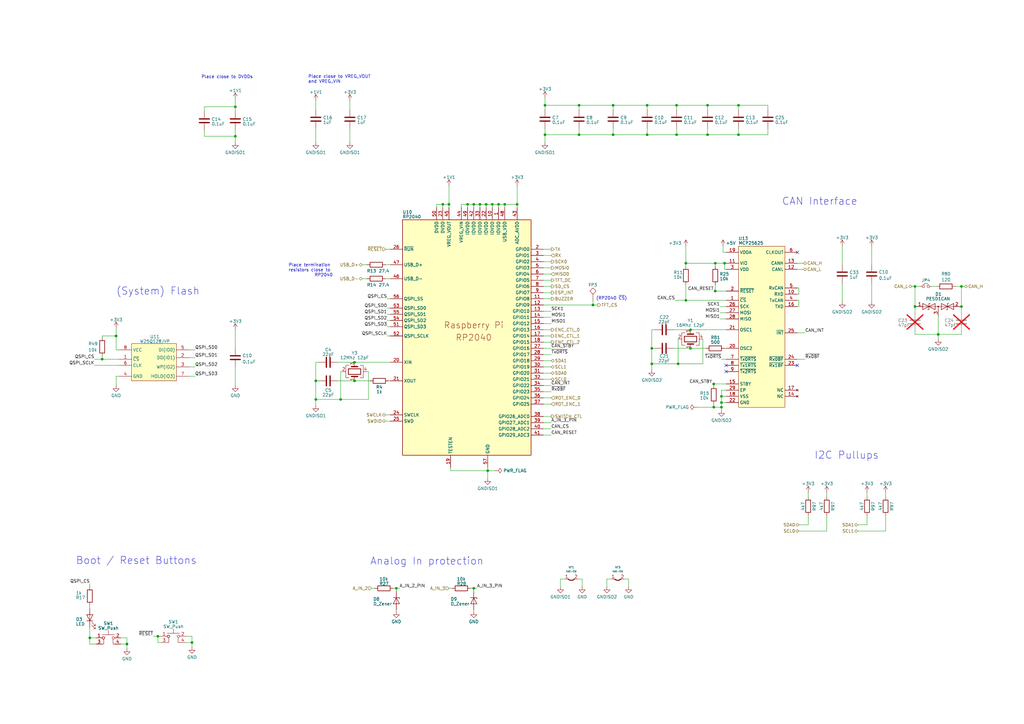
<source format=kicad_sch>
(kicad_sch (version 20230121) (generator eeschema)
  (paper "A3")
  (title_block (title "eOPRA Switch / Stimulation Controller") (date "2023-08-01") (rev "1.0") (company "Massachusetts Institute of Technology / MIT Media Lab"))
  (junction (at 223.52 55.245))
  (junction (at 96.52 43.815))
  (junction (at 293.37 119.38))
  (junction (at 265.43 43.18))
  (junction (at 265.43 55.245))
  (junction (at 251.46 55.245))
  (junction (at 162.56 241.3))
  (junction (at 145.415 148.59))
  (junction (at 78.74 263.525))
  (junction (at 295.91 162.56))
  (junction (at 199.39 83.82))
  (junction (at 295.91 165.1))
  (junction (at 204.47 83.82))
  (junction (at 96.52 55.88))
  (junction (at 64.77 260.985))
  (junction (at 283.21 142.875))
  (junction (at 283.21 135.255))
  (junction (at 196.85 83.82))
  (junction (at 200.025 193.04))
  (junction (at 278.13 149.225))
  (junction (at 47.625 137.795))
  (junction (at 290.195 55.245))
  (junction (at 375.285 117.475))
  (junction (at 295.91 167.005))
  (junction (at 212.09 83.82))
  (junction (at 237.49 43.18))
  (junction (at 292.735 157.48))
  (junction (at 129.54 156.21))
  (junction (at 223.52 43.18))
  (junction (at 41.91 147.32))
  (junction (at 384.81 137.16))
  (junction (at 281.305 123.19))
  (junction (at 394.335 125.73))
  (junction (at 302.895 43.18))
  (junction (at 184.15 83.82))
  (junction (at 52.07 264.16))
  (junction (at 237.49 55.245))
  (junction (at 267.335 142.875))
  (junction (at 277.495 55.245))
  (junction (at 145.415 156.21))
  (junction (at 139.7 163.83))
  (junction (at 129.54 163.83))
  (junction (at 207.01 83.82))
  (junction (at 201.93 83.82))
  (junction (at 302.895 55.245))
  (junction (at 181.61 83.82))
  (junction (at 290.195 43.18))
  (junction (at 292.735 167.005))
  (junction (at 394.335 117.475))
  (junction (at 194.31 83.82))
  (junction (at 277.495 43.18))
  (junction (at 194.31 241.3))
  (junction (at 267.335 149.225))
  (junction (at 36.83 261.62))
  (junction (at 297.18 107.95))
  (junction (at 293.37 107.95))
  (junction (at 375.285 125.73))
  (junction (at 251.46 43.18))
  (junction (at 243.205 125.095))
  (junction (at 281.305 107.95))
  (junction (at 191.77 83.82))
  (no_connect (at 297.815 149.86))
  (no_connect (at 327.025 149.86))
  (no_connect (at 327.025 103.505))
  (no_connect (at 297.815 152.4))
  (wire (pts (xy 314.96 52.705) (xy 314.96 55.245)))
  (wire (pts (xy 281.305 100.965) (xy 281.305 107.95)))
  (wire (pts (xy 248.92 237.49) (xy 250.825 237.49)))
  (wire (pts (xy 52.07 264.16) (xy 52.07 266.065)))
  (wire (pts (xy 290.195 43.18) (xy 302.895 43.18)))
  (wire (pts (xy 327.66 215.265) (xy 331.47 215.265)))
  (wire (pts (xy 297.815 162.56) (xy 295.91 162.56)))
  (wire (pts (xy 138.43 148.59) (xy 145.415 148.59)))
  (wire (pts (xy 179.07 83.82) (xy 181.61 83.82)))
  (wire (pts (xy 394.335 137.16) (xy 384.81 137.16)))
  (wire (pts (xy 129.54 41.275) (xy 129.54 45.085)))
  (wire (pts (xy 222.885 120.015) (xy 226.06 120.015)))
  (wire (pts (xy 281.305 123.19) (xy 297.815 123.19)))
  (wire (pts (xy 363.22 201.93) (xy 363.22 203.835)))
  (wire (pts (xy 357.505 116.205) (xy 357.505 123.825)))
  (wire (pts (xy 281.305 116.84) (xy 281.305 123.19)))
  (wire (pts (xy 267.335 149.225) (xy 267.335 142.875)))
  (wire (pts (xy 151.13 152.4) (xy 151.13 163.83)))
  (wire (pts (xy 47.625 134.62) (xy 47.625 137.795)))
  (wire (pts (xy 96.52 43.815) (xy 96.52 45.72)))
  (wire (pts (xy 265.43 55.245) (xy 277.495 55.245)))
  (wire (pts (xy 222.885 158.115) (xy 226.06 158.115)))
  (wire (pts (xy 222.885 112.395) (xy 226.06 112.395)))
  (wire (pts (xy 281.305 107.95) (xy 281.305 109.22)))
  (wire (pts (xy 204.47 83.82) (xy 201.93 83.82)))
  (wire (pts (xy 267.335 151.765) (xy 267.335 149.225)))
  (wire (pts (xy 327.025 107.95) (xy 329.565 107.95)))
  (wire (pts (xy 237.49 43.18) (xy 251.46 43.18)))
  (wire (pts (xy 251.46 55.245) (xy 265.43 55.245)))
  (wire (pts (xy 96.52 40.64) (xy 96.52 43.815)))
  (wire (pts (xy 226.06 109.855) (xy 222.885 109.855)))
  (wire (pts (xy 243.205 125.095) (xy 222.885 125.095)))
  (wire (pts (xy 295.91 147.32) (xy 297.815 147.32)))
  (wire (pts (xy 212.09 83.82) (xy 212.09 85.09)))
  (wire (pts (xy 96.52 58.42) (xy 96.52 55.88)))
  (wire (pts (xy 151.13 152.4) (xy 150.495 152.4)))
  (wire (pts (xy 83.82 53.34) (xy 83.82 55.88)))
  (wire (pts (xy 38.735 149.86) (xy 48.895 149.86)))
  (wire (pts (xy 345.44 116.205) (xy 345.44 123.825)))
  (wire (pts (xy 64.77 260.985) (xy 66.04 260.985)))
  (wire (pts (xy 290.195 52.705) (xy 290.195 55.245)))
  (wire (pts (xy 292.1 157.48) (xy 292.735 157.48)))
  (wire (pts (xy 302.895 52.705) (xy 302.895 55.245)))
  (wire (pts (xy 382.27 117.475) (xy 384.175 117.475)))
  (wire (pts (xy 226.06 155.575) (xy 222.885 155.575)))
  (wire (pts (xy 327.025 147.32) (xy 330.2 147.32)))
  (wire (pts (xy 196.85 83.82) (xy 194.31 83.82)))
  (wire (pts (xy 194.31 83.82) (xy 194.31 85.09)))
  (wire (pts (xy 83.82 43.815) (xy 96.52 43.815)))
  (wire (pts (xy 222.885 178.435) (xy 226.06 178.435)))
  (wire (pts (xy 78.74 260.985) (xy 76.2 260.985)))
  (wire (pts (xy 129.54 156.21) (xy 130.81 156.21)))
  (wire (pts (xy 394.335 125.73) (xy 393.7 125.73)))
  (wire (pts (xy 184.15 83.82) (xy 184.15 85.09)))
  (wire (pts (xy 226.06 107.315) (xy 222.885 107.315)))
  (wire (pts (xy 41.91 137.795) (xy 47.625 137.795)))
  (wire (pts (xy 226.06 163.195) (xy 222.885 163.195)))
  (wire (pts (xy 288.29 149.225) (xy 278.13 149.225)))
  (wire (pts (xy 295.91 165.1) (xy 295.91 167.005)))
  (wire (pts (xy 384.81 137.16) (xy 384.81 139.065)))
  (wire (pts (xy 189.23 83.82) (xy 189.23 85.09)))
  (wire (pts (xy 375.285 137.16) (xy 375.285 135.89)))
  (wire (pts (xy 62.865 260.985) (xy 64.77 260.985)))
  (wire (pts (xy 345.44 100.965) (xy 345.44 108.585)))
  (wire (pts (xy 314.96 43.18) (xy 302.895 43.18)))
  (wire (pts (xy 222.885 135.255) (xy 226.06 135.255)))
  (wire (pts (xy 129.54 52.705) (xy 129.54 58.42)))
  (wire (pts (xy 194.31 241.3) (xy 195.58 241.3)))
  (wire (pts (xy 222.885 150.495) (xy 226.06 150.495)))
  (wire (pts (xy 204.47 83.82) (xy 204.47 85.09)))
  (wire (pts (xy 295.91 167.005) (xy 295.91 168.275)))
  (wire (pts (xy 394.335 117.475) (xy 394.335 125.73)))
  (wire (pts (xy 199.39 83.82) (xy 199.39 85.09)))
  (wire (pts (xy 265.43 43.18) (xy 265.43 45.085)))
  (wire (pts (xy 293.37 119.38) (xy 297.815 119.38)))
  (wire (pts (xy 222.885 145.415) (xy 226.06 145.415)))
  (wire (pts (xy 77.47 150.495) (xy 80.01 150.495)))
  (wire (pts (xy 327.025 136.525) (xy 330.2 136.525)))
  (wire (pts (xy 267.335 135.255) (xy 267.335 142.875)))
  (wire (pts (xy 267.335 135.255) (xy 268.605 135.255)))
  (wire (pts (xy 257.81 240.665) (xy 257.81 237.49)))
  (wire (pts (xy 223.52 52.705) (xy 223.52 55.245)))
  (wire (pts (xy 96.52 150.495) (xy 96.52 158.115)))
  (wire (pts (xy 222.885 137.795) (xy 226.06 137.795)))
  (wire (pts (xy 285.75 167.005) (xy 292.735 167.005)))
  (wire (pts (xy 375.285 137.16) (xy 384.81 137.16)))
  (wire (pts (xy 39.37 264.16) (xy 36.83 264.16)))
  (wire (pts (xy 238.76 240.665) (xy 238.76 237.49)))
  (wire (pts (xy 222.885 175.895) (xy 226.06 175.895)))
  (wire (pts (xy 138.43 156.21) (xy 145.415 156.21)))
  (wire (pts (xy 148.59 114.3) (xy 150.495 114.3)))
  (wire (pts (xy 331.47 201.93) (xy 331.47 203.835)))
  (wire (pts (xy 278.13 149.225) (xy 267.335 149.225)))
  (wire (pts (xy 145.415 148.59) (xy 160.02 148.59)))
  (wire (pts (xy 277.495 52.705) (xy 277.495 55.245)))
  (wire (pts (xy 83.82 43.815) (xy 83.82 45.72)))
  (wire (pts (xy 47.625 154.305) (xy 48.895 154.305)))
  (wire (pts (xy 52.07 261.62) (xy 49.53 261.62)))
  (wire (pts (xy 129.54 163.83) (xy 139.7 163.83)))
  (wire (pts (xy 143.51 52.705) (xy 143.51 58.42)))
  (wire (pts (xy 222.885 132.715) (xy 226.06 132.715)))
  (wire (pts (xy 226.06 153.035) (xy 222.885 153.035)))
  (wire (pts (xy 314.96 43.18) (xy 314.96 45.085)))
  (wire (pts (xy 184.785 193.04) (xy 184.785 191.77)))
  (wire (pts (xy 277.495 43.18) (xy 290.195 43.18)))
  (wire (pts (xy 162.56 250.19) (xy 162.56 250.825)))
  (wire (pts (xy 129.54 156.21) (xy 129.54 148.59)))
  (wire (pts (xy 277.495 55.245) (xy 290.195 55.245)))
  (wire (pts (xy 327.66 118.11) (xy 327.025 118.11)))
  (wire (pts (xy 327.66 217.805) (xy 339.09 217.805)))
  (wire (pts (xy 36.83 261.62) (xy 39.37 261.62)))
  (wire (pts (xy 36.83 257.175) (xy 36.83 261.62)))
  (wire (pts (xy 251.46 43.18) (xy 265.43 43.18)))
  (wire (pts (xy 199.39 83.82) (xy 196.85 83.82)))
  (wire (pts (xy 327.66 123.19) (xy 327.66 125.73)))
  (wire (pts (xy 296.545 103.505) (xy 297.815 103.505)))
  (wire (pts (xy 191.77 83.82) (xy 194.31 83.82)))
  (wire (pts (xy 47.625 143.51) (xy 48.895 143.51)))
  (wire (pts (xy 139.7 163.83) (xy 151.13 163.83)))
  (wire (pts (xy 207.01 83.82) (xy 204.47 83.82)))
  (wire (pts (xy 139.7 152.4) (xy 140.335 152.4)))
  (wire (pts (xy 66.04 263.525) (xy 64.77 263.525)))
  (wire (pts (xy 158.75 131.445) (xy 160.02 131.445)))
  (wire (pts (xy 278.13 139.065) (xy 278.13 149.225)))
  (wire (pts (xy 375.285 117.475) (xy 375.285 125.73)))
  (wire (pts (xy 327.66 123.19) (xy 327.025 123.19)))
  (wire (pts (xy 226.06 122.555) (xy 222.885 122.555)))
  (wire (pts (xy 226.06 165.735) (xy 222.885 165.735)))
  (wire (pts (xy 357.505 100.965) (xy 357.505 108.585)))
  (wire (pts (xy 374.015 117.475) (xy 375.285 117.475)))
  (wire (pts (xy 339.09 201.93) (xy 339.09 203.835)))
  (wire (pts (xy 295.275 130.81) (xy 297.815 130.81)))
  (wire (pts (xy 196.85 83.82) (xy 196.85 85.09)))
  (wire (pts (xy 77.47 143.51) (xy 80.01 143.51)))
  (wire (pts (xy 290.195 43.18) (xy 290.195 45.085)))
  (wire (pts (xy 281.305 107.95) (xy 293.37 107.95)))
  (wire (pts (xy 222.885 130.175) (xy 226.06 130.175)))
  (wire (pts (xy 47.625 137.795) (xy 47.625 143.51)))
  (wire (pts (xy 297.815 160.02) (xy 295.91 160.02)))
  (wire (pts (xy 265.43 52.705) (xy 265.43 55.245)))
  (wire (pts (xy 276.225 142.875) (xy 283.21 142.875)))
  (wire (pts (xy 351.79 215.265) (xy 355.6 215.265)))
  (wire (pts (xy 201.93 83.82) (xy 199.39 83.82)))
  (wire (pts (xy 251.46 43.18) (xy 251.46 45.085)))
  (wire (pts (xy 314.96 55.245) (xy 302.895 55.245)))
  (wire (pts (xy 222.885 140.335) (xy 226.06 140.335)))
  (wire (pts (xy 222.885 147.955) (xy 226.06 147.955)))
  (wire (pts (xy 222.885 114.935) (xy 226.06 114.935)))
  (wire (pts (xy 265.43 43.18) (xy 277.495 43.18)))
  (wire (pts (xy 223.52 58.42) (xy 223.52 55.245)))
  (wire (pts (xy 139.7 152.4) (xy 139.7 163.83)))
  (wire (pts (xy 77.47 146.685) (xy 80.01 146.685)))
  (wire (pts (xy 158.115 108.585) (xy 160.02 108.585)))
  (wire (pts (xy 158.115 170.18) (xy 160.02 170.18)))
  (wire (pts (xy 394.335 135.89) (xy 394.335 137.16)))
  (wire (pts (xy 375.285 117.475) (xy 377.19 117.475)))
  (wire (pts (xy 96.52 135.255) (xy 96.52 142.875)))
  (wire (pts (xy 327.66 118.11) (xy 327.66 120.65)))
  (wire (pts (xy 158.75 133.985) (xy 160.02 133.985)))
  (wire (pts (xy 212.09 83.82) (xy 207.01 83.82)))
  (wire (pts (xy 331.47 211.455) (xy 331.47 215.265)))
  (wire (pts (xy 223.52 43.18) (xy 237.49 43.18)))
  (wire (pts (xy 295.275 125.73) (xy 297.815 125.73)))
  (wire (pts (xy 223.52 43.18) (xy 223.52 45.085)))
  (wire (pts (xy 41.91 147.32) (xy 48.895 147.32)))
  (wire (pts (xy 162.56 241.3) (xy 163.83 241.3)))
  (wire (pts (xy 158.75 128.905) (xy 160.02 128.905)))
  (wire (pts (xy 351.79 217.805) (xy 363.22 217.805)))
  (wire (pts (xy 327.66 120.65) (xy 327.025 120.65)))
  (wire (pts (xy 158.75 137.795) (xy 160.02 137.795)))
  (wire (pts (xy 158.115 114.3) (xy 160.02 114.3)))
  (wire (pts (xy 293.37 119.38) (xy 293.37 116.84)))
  (wire (pts (xy 243.205 123.19) (xy 243.205 125.095)))
  (wire (pts (xy 212.09 76.2) (xy 212.09 83.82)))
  (wire (pts (xy 375.285 125.73) (xy 375.285 128.27)))
  (wire (pts (xy 148.59 108.585) (xy 150.495 108.585)))
  (wire (pts (xy 52.07 264.16) (xy 52.07 261.62)))
  (wire (pts (xy 129.54 166.37) (xy 129.54 163.83)))
  (wire (pts (xy 292.735 167.005) (xy 295.91 167.005)))
  (wire (pts (xy 145.415 156.21) (xy 151.765 156.21)))
  (wire (pts (xy 179.07 85.09) (xy 179.07 83.82)))
  (wire (pts (xy 236.855 237.49) (xy 238.76 237.49)))
  (wire (pts (xy 296.545 100.965) (xy 296.545 103.505)))
  (wire (pts (xy 248.92 237.49) (xy 248.92 240.665)))
  (wire (pts (xy 41.91 137.795) (xy 41.91 138.43)))
  (wire (pts (xy 38.735 147.32) (xy 41.91 147.32)))
  (wire (pts (xy 327.025 110.49) (xy 329.565 110.49)))
  (wire (pts (xy 302.895 45.085) (xy 302.895 43.18)))
  (wire (pts (xy 276.86 123.19) (xy 281.305 123.19)))
  (wire (pts (xy 207.01 83.82) (xy 207.01 85.09)))
  (wire (pts (xy 394.335 125.73) (xy 394.335 128.27)))
  (wire (pts (xy 251.46 52.705) (xy 251.46 55.245)))
  (wire (pts (xy 290.195 55.245) (xy 302.895 55.245)))
  (wire (pts (xy 201.93 83.82) (xy 201.93 85.09)))
  (wire (pts (xy 255.905 237.49) (xy 257.81 237.49)))
  (wire (pts (xy 152.4 241.3) (xy 153.67 241.3)))
  (wire (pts (xy 355.6 201.93) (xy 355.6 203.835)))
  (wire (pts (xy 78.74 263.525) (xy 78.74 260.985)))
  (wire (pts (xy 184.785 193.04) (xy 200.025 193.04)))
  (wire (pts (xy 36.83 248.285) (xy 36.83 249.555)))
  (wire (pts (xy 391.795 117.475) (xy 394.335 117.475)))
  (wire (pts (xy 78.74 263.525) (xy 78.74 265.43)))
  (wire (pts (xy 363.22 211.455) (xy 363.22 217.805)))
  (wire (pts (xy 375.285 125.73) (xy 375.92 125.73)))
  (wire (pts (xy 292.735 157.48) (xy 297.815 157.48)))
  (wire (pts (xy 297.18 110.49) (xy 297.18 107.95)))
  (wire (pts (xy 295.91 162.56) (xy 295.91 165.1)))
  (wire (pts (xy 222.885 160.655) (xy 226.06 160.655)))
  (wire (pts (xy 181.61 83.82) (xy 181.61 85.09)))
  (wire (pts (xy 200.025 193.04) (xy 200.025 196.215)))
  (wire (pts (xy 288.29 139.065) (xy 288.29 149.225)))
  (wire (pts (xy 41.91 146.05) (xy 41.91 147.32)))
  (wire (pts (xy 223.52 40.005) (xy 223.52 43.18)))
  (wire (pts (xy 96.52 53.34) (xy 96.52 55.88)))
  (wire (pts (xy 276.225 135.255) (xy 283.21 135.255)))
  (wire (pts (xy 47.625 158.115) (xy 47.625 154.305)))
  (wire (pts (xy 267.335 142.875) (xy 268.605 142.875)))
  (wire (pts (xy 394.335 117.475) (xy 395.605 117.475)))
  (wire (pts (xy 76.2 263.525) (xy 78.74 263.525)))
  (wire (pts (xy 162.56 241.3) (xy 161.29 241.3)))
  (wire (pts (xy 181.61 83.82) (xy 184.15 83.82)))
  (wire (pts (xy 327.66 125.73) (xy 327.025 125.73)))
  (wire (pts (xy 158.75 126.365) (xy 160.02 126.365)))
  (wire (pts (xy 295.91 160.02) (xy 295.91 162.56)))
  (wire (pts (xy 158.75 122.555) (xy 160.02 122.555)))
  (wire (pts (xy 226.06 104.775) (xy 222.885 104.775)))
  (wire (pts (xy 223.52 55.245) (xy 237.49 55.245)))
  (wire (pts (xy 158.115 102.235) (xy 160.02 102.235)))
  (wire (pts (xy 222.885 142.875) (xy 226.06 142.875)))
  (wire (pts (xy 36.83 264.16) (xy 36.83 261.62)))
  (wire (pts (xy 297.18 107.95) (xy 297.815 107.95)))
  (wire (pts (xy 295.91 165.1) (xy 297.815 165.1)))
  (wire (pts (xy 237.49 55.245) (xy 251.46 55.245)))
  (wire (pts (xy 77.47 154.305) (xy 80.01 154.305)))
  (wire (pts (xy 293.37 107.95) (xy 293.37 109.22)))
  (wire (pts (xy 226.06 117.475) (xy 222.885 117.475)))
  (wire (pts (xy 384.81 129.54) (xy 384.81 137.16)))
  (wire (pts (xy 297.18 142.875) (xy 297.815 142.875)))
  (wire (pts (xy 237.49 43.18) (xy 237.49 45.085)))
  (wire (pts (xy 189.23 83.82) (xy 191.77 83.82)))
  (wire (pts (xy 159.385 156.21) (xy 160.02 156.21)))
  (wire (pts (xy 355.6 211.455) (xy 355.6 215.265)))
  (wire (pts (xy 162.56 242.57) (xy 162.56 241.3)))
  (wire (pts (xy 293.37 107.95) (xy 297.18 107.95)))
  (wire (pts (xy 277.495 43.18) (xy 277.495 45.085)))
  (wire (pts (xy 49.53 264.16) (xy 52.07 264.16)))
  (wire (pts (xy 245.11 125.095) (xy 243.205 125.095)))
  (wire (pts (xy 200.025 193.04) (xy 200.025 191.77)))
  (wire (pts (xy 200.025 193.04) (xy 203.2 193.04)))
  (wire (pts (xy 158.115 172.72) (xy 160.02 172.72)))
  (wire (pts (xy 226.06 102.235) (xy 222.885 102.235)))
  (wire (pts (xy 129.54 163.83) (xy 129.54 156.21)))
  (wire (pts (xy 194.31 242.57) (xy 194.31 241.3)))
  (wire (pts (xy 184.15 76.2) (xy 184.15 83.82)))
  (wire (pts (xy 292.735 119.38) (xy 293.37 119.38)))
  (wire (pts (xy 297.815 110.49) (xy 297.18 110.49)))
  (wire (pts (xy 194.31 241.3) (xy 193.04 241.3)))
  (wire (pts (xy 237.49 52.705) (xy 237.49 55.245)))
  (wire (pts (xy 339.09 211.455) (xy 339.09 217.805)))
  (wire (pts (xy 143.51 41.275) (xy 143.51 45.085)))
  (wire (pts (xy 222.885 170.815) (xy 226.06 170.815)))
  (wire (pts (xy 83.82 55.88) (xy 96.52 55.88)))
  (wire (pts (xy 292.735 167.005) (xy 292.735 165.735)))
  (wire (pts (xy 184.15 241.3) (xy 185.42 241.3)))
  (wire (pts (xy 191.77 83.82) (xy 191.77 85.09)))
  (wire (pts (xy 222.885 127.635) (xy 226.06 127.635)))
  (wire (pts (xy 295.275 128.27) (xy 297.815 128.27)))
  (wire (pts (xy 229.87 237.49) (xy 229.87 240.665)))
  (wire (pts (xy 292.735 158.115) (xy 292.735 157.48)))
  (wire (pts (xy 229.87 237.49) (xy 231.775 237.49)))
  (wire (pts (xy 283.21 135.255) (xy 297.815 135.255)))
  (wire (pts (xy 222.885 173.355) (xy 226.06 173.355)))
  (wire (pts (xy 129.54 148.59) (xy 130.81 148.59)))
  (wire (pts (xy 283.21 142.875) (xy 289.56 142.875)))
  (wire (pts (xy 194.31 250.19) (xy 194.31 250.825)))
  (wire (pts (xy 64.77 263.525) (xy 64.77 260.985)))
  (wire (pts (xy 36.83 239.395) (xy 36.83 240.665)))
  (text "(RP2040 ~{CS})" (at 244.475 123.19 0) (effects (font (size 1.27 1.27)) (justify left bottom)))
  (text "Place close to VREG_VOUT\nand VREG_VIN" (at 126.365 34.29 0) (effects (font (size 1.27 1.27)) (justify left bottom)))
  (text "Place close to DVDDs" (at 82.55 32.385 0) (effects (font (size 1.27 1.27)) (justify left bottom)))
  (text "CAN Interface\n" (at 320.675 84.455 0) (effects (font (size 3 3)) (justify left bottom)))
  (text "Boot / Reset Buttons\n" (at 31.115 231.775 0) (effects (font (size 3 3)) (justify left bottom)))
  (text "I2C Pullups" (at 334.01 188.595 0) (effects (font (size 3 3)) (justify left bottom)))
  (text "Analog In protection\n\n" (at 151.765 236.855 0) (effects (font (size 3 3)) (justify left bottom)))
  (text "(System) Flash\n" (at 47.625 121.285 0) (effects (font (size 3 3)) (justify left bottom)))
  (text "Place termination \nresistors close to \nRP2040\n" (at 136.525 113.665 0) (effects (font (size 1.27 1.27)) (justify right bottom)))
  (label "QSPI_SD0" (at 80.01 143.51 0))
  (label "QSPI_SCLK" (at 158.75 137.795 180))
  (label "QSPI_SD3" (at 80.01 154.305 0))
  (label "QSPI_SD3" (at 158.75 133.985 180))
  (label "SCK1" (at 295.275 125.73 180))
  (label "QSPI_SD2" (at 80.01 150.495 0))
  (label "QSPI_SCLK" (at 38.735 149.86 180))
  (label "~{RESET}" (at 62.865 260.985 180))
  (label "A_IN_3_PIN" (at 195.58 241.3 0))
  (label "CAN_CS" (at 276.86 123.19 180))
  (label "~{Tx0RTS}" (at 226.06 145.415 0))
  (label "MOSI1" (at 226.06 130.175 0))
  (label "CAN_STBY" (at 292.1 157.48 180))
  (label "QSPI_SD0" (at 158.75 126.365 180))
  (label "QSPI_SD2" (at 158.75 131.445 180))
  (label "~{Rx0BF}" (at 330.2 147.32 0))
  (label "MISO1" (at 295.275 130.81 180))
  (label "CAN_STBY" (at 226.06 142.875 0))
  (label "CAN_INT" (at 226.06 158.115 0))
  (label "QSPI_CS" (at 38.735 147.32 180))
  (label "A_IN_2_PIN" (at 163.83 241.3 0))
  (label "MISO1" (at 226.06 132.715 0))
  (label "CAN_RESET" (at 292.735 119.38 180))
  (label "~{Tx0RTS}" (at 295.91 147.32 180))
  (label "CAN_CS" (at 226.06 175.895 0))
  (label "MOSI1" (at 295.275 128.27 180))
  (label "~{Rx0BF}" (at 226.06 160.655 0))
  (label "CAN_INT" (at 330.2 136.525 0))
  (label "QSPI_CS" (at 158.75 122.555 180))
  (label "SCK1" (at 226.06 127.635 0))
  (label "A_IN_3_PIN" (at 226.06 173.355 0))
  (label "QSPI_SD1" (at 80.01 146.685 0))
  (label "QSPI_SD1" (at 158.75 128.905 180))
  (label "QSPI_CS" (at 36.83 239.395 180))
  (label "CAN_RESET" (at 226.06 178.435 0))
  (hierarchical_label "USB_D+" (shape bidirectional) (at 148.59 108.585 180))
  (hierarchical_label "SCK0" (shape output) (at 226.06 107.315 0))
  (hierarchical_label "SDA0" (shape bidirectional) (at 327.66 215.265 180))
  (hierarchical_label "SWITCH_CTL" (shape output) (at 226.06 170.815 0))
  (hierarchical_label "SCL1" (shape bidirectional) (at 226.06 150.495 0))
  (hierarchical_label "ENC_CTL_2" (shape output) (at 226.06 140.335 0))
  (hierarchical_label "TX" (shape output) (at 226.06 102.235 0))
  (hierarchical_label "SDA1" (shape bidirectional) (at 226.06 147.955 0))
  (hierarchical_label "~{RESET}" (shape input) (at 158.115 102.235 180))
  (hierarchical_label "ESP_INT" (shape output) (at 226.06 120.015 0))
  (hierarchical_label "TFT_DC" (shape output) (at 226.06 114.935 0))
  (hierarchical_label "RX" (shape input) (at 226.06 104.775 0))
  (hierarchical_label "A_IN_2" (shape input) (at 152.4 241.3 180))
  (hierarchical_label "ROT_ENC_1" (shape input) (at 226.06 165.735 0))
  (hierarchical_label "CAN_L" (shape bidirectional) (at 374.015 117.475 180))
  (hierarchical_label "SCL1" (shape bidirectional) (at 351.79 217.805 180))
  (hierarchical_label "MOSI0" (shape output) (at 226.06 109.855 0))
  (hierarchical_label "ENC_CTL_1" (shape output) (at 226.06 137.795 0))
  (hierarchical_label "BUZZER" (shape output) (at 226.06 122.555 0))
  (hierarchical_label "SD_CS" (shape output) (at 226.06 117.475 0))
  (hierarchical_label "SCL0" (shape bidirectional) (at 226.06 155.575 0))
  (hierarchical_label "ENC_CTL_0" (shape output) (at 226.06 135.255 0))
  (hierarchical_label "CAN_L" (shape bidirectional) (at 329.565 110.49 0))
  (hierarchical_label "USB_D-" (shape bidirectional) (at 148.59 114.3 180))
  (hierarchical_label "CAN_H" (shape bidirectional) (at 329.565 107.95 0))
  (hierarchical_label "SDA0" (shape bidirectional) (at 226.06 153.035 0))
  (hierarchical_label "SCL0" (shape bidirectional) (at 327.66 217.805 180))
  (hierarchical_label "SDA1" (shape bidirectional) (at 351.79 215.265 180))
  (hierarchical_label "SWDIO" (shape bidirectional) (at 158.115 172.72 180))
  (hierarchical_label "TFT_CS" (shape output) (at 245.11 125.095 0))
  (hierarchical_label "ROT_ENC_0" (shape input) (at 226.06 163.195 0))
  (hierarchical_label "A_IN_3" (shape input) (at 184.15 241.3 180))
  (hierarchical_label "CAN_H" (shape bidirectional) (at 395.605 117.475 0))
  (hierarchical_label "SWCLK" (shape bidirectional) (at 158.115 170.18 180))
  (hierarchical_label "MISO0" (shape input) (at 226.06 112.395 0))
  (symbol (lib_id "2.passive:C") (at 237.49 48.895 0) (unit 1)
    (property "Reference" "C8" (at 240.411 48.2513 0) (effects (justify left)))
    (property "Value" "0.1uF" (at 240.411 50.1723 0) (effects (justify left)))
    (property "Footprint" "2_Passives_Capacitors_SMD_IPC:C_1005_402_A" (effects hide))
    (property "PN" "2,1" (effects hide))
  )
  (symbol (lib_id "1.semi.discrete:D_TVS_x2_AAC") (at 384.81 125.73 0) (unit 1)
    (property "Reference" "D1" (at 383.54 120.65 0) (effects (justify left)))
    (property "Value" "PESD1CAN" (at 379.73 122.555 0) (effects (justify left)))
    (property "Footprint" "1_Semi_TO_SOT:SOT-323_SC-70" (effects hide))
    (property "PN" "3,1" (effects hide))
  )
  (symbol (lib_id "0.power-symbols:+3.3V") (at 339.09 201.93 0) (unit 1)
    (property "Reference" "#PWR0164" (effects hide))
    (property "Value" "+3.3V" (at 339.09 198.3542 0))
    (instances (project "1.0" (path "" (reference "#PWR0164") (unit 1))) (project "eOPRA_interface" (path "" (reference "#PWR015") (unit 1)) (path "" (reference "#PWR015") (unit 1))))
  )
  (symbol (lib_id "2.passive:C") (at 223.52 48.895 0) (unit 1)
    (property "Reference" "C7" (at 226.441 48.2513 0) (effects (justify left)))
    (property "Value" "0.1uF" (at 226.441 50.1723 0) (effects (justify left)))
    (property "Footprint" "2_Passives_Capacitors_SMD_IPC:C_1005_402_A" (effects hide))
    (property "PN" "2,1" (effects hide))
  )
  (symbol (lib_id "0.power-symbols:+3.3V") (at 357.505 100.965 0) (unit 1)
    (property "Reference" "#PWR083" (effects hide))
    (property "Value" "+3.3V" (at 357.505 97.4631 0))
  )
  (symbol (lib_id "0.power-symbols:GNDISO2") (at 357.505 123.825 0) (unit 1)
    (property "Reference" "#PWR0114" (effects hide))
    (property "Value" "GNDISO2" (at 357.505 127.9581 0))
  )
  (symbol (lib_id "5.connector.interconnect:TEST") (at 243.205 123.19 0) (unit 1)
    (property "Reference" "TP3" (at 241.3 116.84 0) (effects (justify left)))
    (property "Value" "~" (at 241.3 116.8369 0) (effects (justify left)))
    (property "Footprint" "0_misc:test_point_2mm_square" (effects hide))
    (instances (project "1.0" (path "" (reference "TP3") (unit 1)) (path "" (reference "TP2") (unit 1))) (project "eOPRA_interface" (path "" (reference "TP1") (unit 1)) (path "" (reference "TP2") (unit 1))))
  )
  (symbol (lib_id "2.passive:C") (at 314.96 48.895 0) (unit 1)
    (property "Reference" "C25" (at 317.881 48.2513 0) (effects (justify left)))
    (property "Value" "0.1uF" (at 317.881 50.1723 0) (effects (justify left)))
    (property "Footprint" "2_Passives_Capacitors_SMD_IPC:C_1005_402_A" (effects hide))
    (property "PN" "2,1" (effects hide))
  )
  (symbol (lib_id "0.power-symbols:GNDISO2") (at 345.44 123.825 0) (unit 1)
    (property "Reference" "#PWR051" (effects hide))
    (property "Value" "GNDISO2" (at 345.44 127.9581 0))
  )
  (symbol (lib_id "2.passive:R") (at 292.735 161.925 0) (unit 1)
    (property "Reference" "R15" (at 287.02 161.29 0) (effects (justify left)))
    (property "Value" "10k" (at 287.02 163.211 0) (effects (justify left)))
    (property "Footprint" "2_Passives_Resistors_SMD_IPC:R_1608_603_B" (effects hide))
    (property "PN" "1,2" (effects hide))
  )
  (symbol (lib_id "0.power-symbols:GND") (at 162.56 250.825 0) (unit 1)
    (property "Reference" "#PWR098" (effects hide))
    (property "Value" "GND" (at 162.56 254.9605 0))
  )
  (symbol (lib_id "0.power-symbols:GNDISO1") (at 143.51 58.42 0) (unit 1)
    (property "Reference" "#PWR016" (effects hide))
    (property "Value" "GNDISO1" (at 143.51 62.5531 0))
  )
  (symbol (lib_id "2.passive:C") (at 83.82 49.53 0) (unit 1)
    (property "Reference" "C14" (at 86.741 48.8863 0) (effects (justify left)))
    (property "Value" "0.1uF" (at 86.741 50.8073 0) (effects (justify left)))
    (property "Footprint" "2_Passives_Capacitors_SMD_IPC:C_1005_402_A" (effects hide))
    (property "PN" "2,1" (effects hide))
  )
  (symbol (lib_id "2.passive:C") (at 277.495 48.895 0) (unit 1)
    (property "Reference" "C11" (at 280.416 48.2513 0) (effects (justify left)))
    (property "Value" "0.1uF" (at 280.416 50.1723 0) (effects (justify left)))
    (property "Footprint" "2_Passives_Capacitors_SMD_IPC:C_1005_402_A" (effects hide))
    (property "PN" "2,1" (effects hide))
  )
  (symbol (lib_id "2.passive:Crystal_GND24") (at 283.21 139.065 90) (unit 1)
    (property "Reference" "Y1" (at 283.21 131.445 90))
    (property "Value" "16Mhz 12pF" (at 283.21 133.35 90))
    (property "Footprint" "project_footprints:4-smd" (effects hide))
    (property "PN" "7,2" (effects hide))
  )
  (symbol (lib_id "0.power-symbols:GNDISO1") (at 129.54 166.37 0) (unit 1)
    (property "Reference" "#PWR011" (effects hide))
    (property "Value" "GNDISO1" (at 129.54 170.5031 0))
  )
  (symbol (lib_id "2.passive:R") (at 339.09 207.645 180) (unit 1)
    (property "Reference" "R97" (at 341.63 207.645 90))
    (property "Value" "4k7" (at 336.9111 207.645 90))
    (property "Footprint" "2_Passives_Resistors_SMD_IPC:R_1608_603_B" (effects hide))
    (property "PN" "1,6" (effects hide))
    (instances (project "1.0" (path "" (reference "R97") (unit 1))) (project "eOPRA_interface" (path "" (reference "R9") (unit 1)) (path "" (reference "R10") (unit 1))))
  )
  (symbol (lib_id "2.passive:C") (at 129.54 48.895 0) (unit 1)
    (property "Reference" "C16" (at 132.461 48.2513 0) (effects (justify left)))
    (property "Value" "1uF" (at 132.461 50.1723 0) (effects (justify left)))
    (property "Footprint" "2_Passives_Capacitors_SMD_IPC:C_1005_402_A" (effects hide))
    (property "PN" "2,2" (effects hide))
  )
  (symbol (lib_id "2.passive:C") (at 290.195 48.895 0) (unit 1)
    (property "Reference" "C12" (at 293.116 48.2513 0) (effects (justify left)))
    (property "Value" "0.1uF" (at 293.116 50.1723 0) (effects (justify left)))
    (property "Footprint" "2_Passives_Capacitors_SMD_IPC:C_1005_402_A" (effects hide))
    (property "PN" "2,1" (effects hide))
  )
  (symbol (lib_id "2.passive:R") (at 293.37 113.03 0) (unit 1)
    (property "Reference" "R25" (at 295.148 112.3863 0) (effects (justify left)))
    (property "Value" "10k" (at 295.148 114.3073 0) (effects (justify left)))
    (property "Footprint" "2_Passives_Resistors_SMD_IPC:R_1608_603_B" (effects hide))
    (property "PN" "1,2" (effects hide))
  )
  (symbol (lib_id "0.power-symbols:GNDISO1") (at 229.87 240.665 0) (unit 1)
    (property "Reference" "#PWR030" (effects hide))
    (property "Value" "GNDISO1" (at 229.87 244.7981 0))
  )
  (symbol (lib_id "2.passive:R") (at 293.37 142.875 90) (unit 1)
    (property "Reference" "R81" (at 291.465 138.43 90) (effects (justify right)))
    (property "Value" "500" (at 291.465 140.351 90) (effects (justify right)))
    (property "Footprint" "2_Passives_Resistors_SMD_IPC:R_1005_402_A" (effects hide))
    (property "PN" "1,4" (effects hide))
  )
  (symbol (lib_id "0.power-symbols:+3.3V") (at 363.22 201.93 0) (unit 1)
    (property "Reference" "#PWR0164" (effects hide))
    (property "Value" "+3.3V" (at 363.22 198.3542 0))
    (instances (project "1.0" (path "" (reference "#PWR0164") (unit 1))) (project "eOPRA_interface" (path "" (reference "#PWR054") (unit 1)) (path "" (reference "#PWR054") (unit 1))))
  )
  (symbol (lib_id "2.passive:C") (at 251.46 48.895 0) (unit 1)
    (property "Reference" "C9" (at 254.381 48.2513 0) (effects (justify left)))
    (property "Value" "0.1uF" (at 254.381 50.1723 0) (effects (justify left)))
    (property "Footprint" "2_Passives_Capacitors_SMD_IPC:C_1005_402_A" (effects hide))
    (property "PN" "2,1" (effects hide))
  )
  (symbol (lib_id "0.power-symbols:GNDISO1") (at 96.52 58.42 0) (unit 1)
    (property "Reference" "#PWR012" (effects hide))
    (property "Value" "GNDISO1" (at 96.52 62.5531 0))
  )
  (symbol (lib_id "0.power-symbols:GNDISO1") (at 129.54 58.42 0) (unit 1)
    (property "Reference" "#PWR013" (effects hide))
    (property "Value" "GNDISO1" (at 129.54 62.5531 0))
  )
  (symbol (lib_id "0.power-symbols:net-tie") (at 234.315 236.22 0) (unit 1)
    (property "Reference" "NT1" (at 234.315 232.6674 0) (effects (font (size 0.7874 0.7874))))
    (property "Value" "net-tie" (at 234.315 234.315 0) (effects (font (size 0.7874 0.7874))))
    (property "Footprint" "0_NetTie:NetTie-2_SMD_Pad0.5mm" (effects hide))
  )
  (symbol (lib_id "2.passive:R") (at 281.305 113.03 180) (unit 1)
    (property "Reference" "R11" (at 276.225 111.744 0) (effects (justify right)))
    (property "Value" "10k" (at 276.225 113.665 0) (effects (justify right)))
    (property "Footprint" "2_Passives_Resistors_SMD_IPC:R_1608_603_B" (effects hide))
    (property "PN" "1,2" (effects hide))
  )
  (symbol (lib_id "2.passive:C") (at 345.44 112.395 0) (unit 1)
    (property "Reference" "C33" (at 348.361 111.7513 0) (effects (justify left)))
    (property "Value" "1uF" (at 348.361 113.6723 0) (effects (justify left)))
    (property "Footprint" "2_Passives_Capacitors_SMD_IPC:C_1005_402_A" (effects hide))
    (property "PN" "2,2" (effects hide))
  )
  (symbol (lib_id "2.passive:R") (at 36.83 244.475 0) (unit 1)
    (property "Reference" "R17" (at 33.02 245.11 0))
    (property "Value" "1k" (at 31.115 243.205 0) (effects (justify left)))
    (property "Footprint" "2_Passives_Resistors_SMD_IPC:R_1005_402_A" (effects hide))
    (property "PN" "1,3" (effects hide))
  )
  (symbol (lib_id "2.passive:C") (at 357.505 112.395 180) (unit 1)
    (property "Reference" "C10" (at 360.426 111.5603 0) (effects (justify right)))
    (property "Value" "0.1uF" (at 360.426 114.0972 0) (effects (justify right)))
    (property "Footprint" "2_Passives_Capacitors_SMD_IPC:C_1005_402_A" (effects hide))
    (property "PN" "2,1" (effects hide))
    (instances (project "1.0" (path "" (reference "C10") (unit 1))) (project "eOPRA_interface" (path "" (reference "C35") (unit 1))))
  )
  (symbol (lib_id "2.passive:R") (at 363.22 207.645 180) (unit 1)
    (property "Reference" "R97" (at 365.76 207.645 90))
    (property "Value" "4k7" (at 361.0411 207.645 90))
    (property "Footprint" "2_Passives_Resistors_SMD_IPC:R_1608_603_B" (effects hide))
    (property "PN" "1,6" (effects hide))
    (instances (project "1.0" (path "" (reference "R97") (unit 1))) (project "eOPRA_interface" (path "" (reference "R9") (unit 1)) (path "" (reference "R21") (unit 1))))
  )
  (symbol (lib_id "0.power-symbols:+3.3V") (at 96.52 135.255 0) (unit 1)
    (property "Reference" "#PWR019" (effects hide))
    (property "Value" "+3.3V" (at 96.52 131.7531 0))
  )
  (symbol (lib_id "2.passive:Crystal_GND24") (at 145.415 152.4 90) (unit 1)
    (property "Reference" "Y3" (at 145.415 144.78 90))
    (property "Value" "12Mhz 12pF" (at 145.415 146.685 90))
    (property "Footprint" "project_footprints:4-smd" (effects hide))
    (property "PN" "7,1" (effects hide))
  )
  (symbol (lib_id "0.power-symbols:+1V1") (at 184.15 76.2 0) (unit 1)
    (property "Reference" "#PWR034" (effects hide))
    (property "Value" "+1V1" (at 184.15 72.6981 0))
  )
  (symbol (lib_id "1.semi.discrete:D_Zener") (at 162.56 246.38 270) (unit 1)
    (property "Reference" "D8" (at 153.035 245.729 90) (effects (justify left)))
    (property "Value" "D_Zener" (at 153.035 247.65 90) (effects (justify left)))
    (property "Footprint" "project_footprints:SOD-323" (effects hide))
    (property "PN" "3,4" (effects hide))
  )
  (symbol (lib_id "2.passive:R") (at 157.48 241.3 90) (unit 1)
    (property "Reference" "R27" (at 155.575 239.395 90) (effects (justify right)))
    (property "Value" "10k" (at 155.575 237.49 90) (effects (justify right)))
    (property "Footprint" "2_Passives_Resistors_SMD_IPC:R_1608_603_B" (effects hide))
    (property "PN" "1,2" (effects hide))
  )
  (symbol (lib_id "0.power-symbols:+3.3V") (at 47.625 134.62 0) (unit 1)
    (property "Reference" "#PWR018" (effects hide))
    (property "Value" "+3.3V" (at 47.625 131.1181 0))
  )
  (symbol (lib_id "2.passive:C") (at 143.51 48.895 0) (unit 1)
    (property "Reference" "C17" (at 146.431 48.2513 0) (effects (justify left)))
    (property "Value" "1uF" (at 146.431 50.1723 0) (effects (justify left)))
    (property "Footprint" "2_Passives_Capacitors_SMD_IPC:C_1005_402_A" (effects hide))
    (property "PN" "2,2" (effects hide))
  )
  (symbol (lib_id "2.passive:C") (at 272.415 142.875 270) (unit 1)
    (property "Reference" "C21" (at 272.415 146.05 90))
    (property "Value" "22pF" (at 272.415 147.955 90))
    (property "Footprint" "2_Passives_Capacitors_SMD_IPC:C_1005_402_A" (effects hide))
    (property "PN" "2,4" (effects hide))
  )
  (symbol (lib_id "0.power-symbols:+1V1") (at 96.52 40.64 0) (unit 1)
    (property "Reference" "#PWR029" (effects hide))
    (property "Value" "+1V1" (at 96.52 37.1381 0))
  )
  (symbol (lib_id "0.power-symbols:GND") (at 47.625 158.115 0) (unit 1)
    (property "Reference" "#PWR017" (effects hide))
    (property "Value" "GND" (at 47.625 162.2505 0))
  )
  (symbol (lib_id "0.power-symbols:+1V1") (at 129.54 41.275 0) (unit 1)
    (property "Reference" "#PWR028" (effects hide))
    (property "Value" "+1V1" (at 129.54 37.7731 0))
  )
  (symbol (lib_id "0.power-symbols:+3.3V") (at 331.47 201.93 0) (unit 1)
    (property "Reference" "#PWR0165" (effects hide))
    (property "Value" "+3.3V" (at 331.47 198.3542 0))
    (instances (project "1.0" (path "" (reference "#PWR0165") (unit 1))) (project "eOPRA_interface" (path "" (reference "#PWR014") (unit 1)) (path "" (reference "#PWR014") (unit 1))))
  )
  (symbol (lib_id "0.power-symbols:GNDISO2") (at 267.335 151.765 0) (unit 1)
    (property "Reference" "#PWR0113" (effects hide))
    (property "Value" "GNDISO2" (at 267.335 155.8981 0))
  )
  (symbol (lib_id "0.power-symbols:+3.3V") (at 212.09 76.2 0) (unit 1)
    (property "Reference" "#PWR027" (effects hide))
    (property "Value" "+3.3V" (at 212.09 72.6981 0))
  )
  (symbol (lib_id "2.passive:C") (at 394.335 132.08 180) (unit 1) (dnp yes)
    (property "Reference" "C24" (at 387.35 131.429 0) (effects (justify right)))
    (property "Value" "47pF" (at 387.35 133.35 0) (effects (justify right)))
    (property "Footprint" "2_Passives_Capacitors_SMD_IPC:C_1005_402_A" (effects hide))
    (property "PN" "2,5" (effects hide))
  )
  (symbol (lib_id "2.passive:C") (at 265.43 48.895 0) (unit 1)
    (property "Reference" "C10" (at 268.351 48.2513 0) (effects (justify left)))
    (property "Value" "0.1uF" (at 268.351 50.1723 0) (effects (justify left)))
    (property "Footprint" "2_Passives_Capacitors_SMD_IPC:C_1005_402_A" (effects hide))
    (property "PN" "2,1" (effects hide))
  )
  (symbol (lib_id "0.power-symbols:GNDISO2") (at 248.92 240.665 0) (unit 1)
    (property "Reference" "#PWR0115" (effects hide))
    (property "Value" "GNDISO2" (at 248.92 244.7981 0))
  )
  (symbol (lib_id "2.passive:C") (at 96.52 146.685 180) (unit 1)
    (property "Reference" "C10" (at 99.441 145.8503 0) (effects (justify right)))
    (property "Value" "0.1uF" (at 99.441 148.3872 0) (effects (justify right)))
    (property "Footprint" "2_Passives_Capacitors_SMD_IPC:C_1005_402_A" (effects hide))
    (property "PN" "2,1" (effects hide))
    (instances (project "1.0" (path "" (reference "C10") (unit 1))) (project "eOPRA_interface" (path "" (reference "C18") (unit 1))))
  )
  (symbol (lib_id "0.power-symbols:GND") (at 257.81 240.665 0) (unit 1)
    (property "Reference" "#PWR0116" (effects hide))
    (property "Value" "GND" (at 257.81 244.7981 0))
  )
  (symbol (lib_id "2.passive:C") (at 96.52 49.53 0) (unit 1)
    (property "Reference" "C15" (at 99.441 48.8863 0) (effects (justify left)))
    (property "Value" "0.1uF" (at 99.441 50.8073 0) (effects (justify left)))
    (property "Footprint" "2_Passives_Capacitors_SMD_IPC:C_1005_402_A" (effects hide))
    (property "PN" "2,1" (effects hide))
  )
  (symbol (lib_id "0.power-symbols:net-tie") (at 253.365 236.22 0) (unit 1)
    (property "Reference" "NT3" (at 253.365 232.6674 0) (effects (font (size 0.7874 0.7874))))
    (property "Value" "net-tie" (at 253.365 234.315 0) (effects (font (size 0.7874 0.7874))))
    (property "Footprint" "0_NetTie:NetTie-2_SMD_Pad0.5mm" (effects hide))
  )
  (symbol (lib_id "2.passive:C") (at 302.895 48.895 0) (unit 1)
    (property "Reference" "C13" (at 305.816 48.2513 0) (effects (justify left)))
    (property "Value" "0.1uF" (at 305.816 50.1723 0) (effects (justify left)))
    (property "Footprint" "2_Passives_Capacitors_SMD_IPC:C_1005_402_A" (effects hide))
    (property "PN" "2,1" (effects hide))
  )
  (symbol (lib_id "2.passive:R") (at 189.23 241.3 90) (unit 1)
    (property "Reference" "R28" (at 187.325 239.395 90) (effects (justify right)))
    (property "Value" "10k" (at 187.325 237.49 90) (effects (justify right)))
    (property "Footprint" "2_Passives_Resistors_SMD_IPC:R_1608_603_B" (effects hide))
    (property "PN" "1,2" (effects hide))
  )
  (symbol (lib_id "0.power-symbols:GND") (at 238.76 240.665 0) (unit 1)
    (property "Reference" "#PWR032" (effects hide))
    (property "Value" "GND" (at 238.76 244.7981 0))
  )
  (symbol (lib_id "2.passive:R") (at 41.91 142.24 180) (unit 1)
    (property "Reference" "R49" (at 36.195 140.97 0) (effects (justify right)))
    (property "Value" "10k" (at 36.195 143.5069 0) (effects (justify right)))
    (property "Footprint" "2_Passives_Resistors_SMD_IPC:R_1608_603_B" (effects hide))
    (property "PN" "1,2" (effects hide))
    (instances (project "1.0" (path "" (reference "R49") (unit 1))) (project "eOPRA_interface" (path "" (reference "R6") (unit 1)) (path "" (reference "R16") (unit 1))))
  )
  (symbol (lib_id "0.power-symbols:GNDISO2") (at 384.81 139.065 0) (unit 1)
    (property "Reference" "#PWR052" (effects hide))
    (property "Value" "GNDISO2" (at 384.81 143.1981 0))
  )
  (symbol (lib_id "0.power-symbols:+3.3V") (at 223.52 40.005 0) (unit 1)
    (property "Reference" "#PWR025" (effects hide))
    (property "Value" "+3.3V" (at 223.52 36.5031 0))
  )
  (symbol (lib_id "0.power-symbols:GND") (at 194.31 250.825 0) (unit 1)
    (property "Reference" "#PWR099" (effects hide))
    (property "Value" "GND" (at 194.31 254.9605 0))
  )
  (symbol (lib_id "0.power-symbols:PWR_FLAG") (at 203.2 193.04 270) (unit 1)
    (property "Reference" "#FLG03" (effects hide))
    (property "Value" "PWR_FLAG" (at 206.375 193.04 90) (effects (justify left)))
  )
  (symbol (lib_id "0.power-symbols:+5V") (at 296.545 100.965 0) (unit 1)
    (property "Reference" "#PWR047" (effects hide))
    (property "Value" "+5V" (at 299.72 99.695 0))
  )
  (symbol (lib_id "0.power-symbols:GND") (at 52.07 266.065 0) (unit 1)
    (property "Reference" "#PWR021" (effects hide))
    (property "Value" "GND" (at 52.07 270.2005 0))
  )
  (symbol (lib_id "0.power-symbols:GND") (at 96.52 158.115 0) (unit 1)
    (property "Reference" "#PWR020" (effects hide))
    (property "Value" "GND" (at 96.52 162.2505 0))
  )
  (symbol (lib_id "2.passive:R") (at 154.305 114.3 90) (unit 1)
    (property "Reference" "R14" (at 152.4 116.84 90))
    (property "Value" "27.4" (at 157.48 116.84 90))
    (property "Footprint" "2_Passives_Resistors_SMD_IPC:R_1005_402_A" (effects hide))
    (property "PN" "1,7" (effects hide))
    (instances (project "eOPRA_interface" (path "" (reference "R14") (unit 1)) (path "" (reference "R24") (unit 1))))
  )
  (symbol (lib_id "2.passive:C") (at 134.62 148.59 90) (unit 1)
    (property "Reference" "C4" (at 134.62 143.4211 90))
    (property "Value" "22pF" (at 134.62 145.3421 90))
    (property "Footprint" "2_Passives_Capacitors_SMD_IPC:C_1005_402_A" (effects hide))
    (property "PN" "2,4" (effects hide))
  )
  (symbol (lib_id "0.power-symbols:+3.3V") (at 355.6 201.93 0) (unit 1)
    (property "Reference" "#PWR0165" (effects hide))
    (property "Value" "+3.3V" (at 355.6 198.3542 0))
    (instances (project "1.0" (path "" (reference "#PWR0165") (unit 1))) (project "eOPRA_interface" (path "" (reference "#PWR053") (unit 1)) (path "" (reference "#PWR053") (unit 1))))
  )
  (symbol (lib_id "2.passive:R") (at 331.47 207.645 180) (unit 1)
    (property "Reference" "R97" (at 334.01 207.645 90))
    (property "Value" "4k7" (at 329.2911 207.645 90))
    (property "Footprint" "2_Passives_Resistors_SMD_IPC:R_1608_603_B" (effects hide))
    (property "PN" "1,6" (effects hide))
    (instances (project "1.0" (path "" (reference "R97") (unit 1))) (project "eOPRA_interface" (path "" (reference "R9") (unit 1)) (path "" (reference "R9") (unit 1))))
  )
  (symbol (lib_id "1.semi.discrete:D_Zener") (at 194.31 246.38 270) (unit 1)
    (property "Reference" "D9" (at 184.785 245.729 90) (effects (justify left)))
    (property "Value" "D_Zener" (at 184.785 247.65 90) (effects (justify left)))
    (property "Footprint" "project_footprints:SOD-323" (effects hide))
    (property "PN" "3,4" (effects hide))
  )
  (symbol (lib_id "2.passive:Jumper_NC_Small") (at 379.73 117.475 0) (unit 1)
    (property "Reference" "JP4" (at 379.73 114.935 0))
    (property "Value" "~" (at 379.73 114.6991 0))
    (property "Footprint" "0_misc:SolderJumper-2_P1.3mm_Bridged_RoundedPad1.0x1.5mm" (effects hide))
  )
  (symbol (lib_id "2.passive:C") (at 375.285 132.08 180) (unit 1) (dnp yes)
    (property "Reference" "C23" (at 368.3 131.429 0) (effects (justify right)))
    (property "Value" "47pF" (at 368.3 133.35 0) (effects (justify right)))
    (property "Footprint" "2_Passives_Capacitors_SMD_IPC:C_1005_402_A" (effects hide))
    (property "PN" "2,5" (effects hide))
  )
  (symbol (lib_id "3.electromechanical.switch:SW_Push") (at 44.45 261.62 0) (unit 1)
    (property "Reference" "SW1" (at 44.45 255.6891 0))
    (property "Value" "SW_Push" (at 44.45 257.6101 0))
    (property "Footprint" "project_footprints:TL3365AF180QG" (effects hide))
    (property "PN" "9,4" (effects hide))
    (instances (project "eOPRA_interface" (path "" (reference "SW1") (unit 1)) (path "" (reference "SW4") (unit 1)) (path "" (reference "SW3") (unit 1)) (path "" (reference "SW2") (unit 1))))
  )
  (symbol (lib_id "2.passive:C") (at 272.415 135.255 90) (unit 1)
    (property "Reference" "C22" (at 272.415 130.0861 90))
    (property "Value" "22pF" (at 272.415 132.0071 90))
    (property "Footprint" "2_Passives_Capacitors_SMD_IPC:C_1005_402_A" (effects hide))
    (property "PN" "2,4" (effects hide))
  )
  (symbol (lib_id "2.passive:C") (at 134.62 156.21 270) (unit 1)
    (property "Reference" "C5" (at 134.62 160.02 90))
    (property "Value" "22pF" (at 134.62 161.925 90))
    (property "Footprint" "2_Passives_Capacitors_SMD_IPC:C_1005_402_A" (effects hide))
    (property "PN" "2,4" (effects hide))
  )
  (symbol (lib_id "0.power-symbols:GNDISO2") (at 295.91 168.275 0) (unit 1)
    (property "Reference" "#PWR050" (effects hide))
    (property "Value" "GNDISO2" (at 295.91 172.4081 0))
  )
  (symbol (lib_id "0.power-symbols:PWR_FLAG") (at 285.75 167.005 90) (unit 1)
    (property "Reference" "#FLG05" (effects hide))
    (property "Value" "PWR_FLAG" (at 282.5751 167.005 90) (effects (justify left)))
  )
  (symbol (lib_id "0.power-symbols:GNDISO1") (at 200.025 196.215 0) (unit 1)
    (property "Reference" "#PWR010" (effects hide))
    (property "Value" "GNDISO1" (at 200.025 200.3481 0))
  )
  (symbol (lib_id "1.semi.opto:LED") (at 36.83 253.365 90) (unit 1)
    (property "Reference" "D3" (at 31.115 254 90) (effects (justify right)))
    (property "Value" "LED" (at 31.115 255.921 90) (effects (justify right)))
    (property "Footprint" "1_Semi_Discrete_Diodes_SMD:D_0603" (effects hide))
    (property "PN" "3,3" (effects hide))
  )
  (symbol (lib_id "0.power-symbols:+3.3V") (at 345.44 100.965 0) (unit 1)
    (property "Reference" "#PWR082" (effects hide))
    (property "Value" "+3.3V" (at 345.44 97.4631 0))
  )
  (symbol (lib_id "0.power-symbols:GND") (at 78.74 265.43 0) (unit 1)
    (property "Reference" "#PWR022" (effects hide))
    (property "Value" "GND" (at 78.74 269.5655 0))
  )
  (symbol (lib_id "3.electromechanical.switch:SW_Push") (at 71.12 260.985 0) (unit 1)
    (property "Reference" "SW1" (at 71.12 255.0541 0))
    (property "Value" "SW_Push" (at 71.12 256.9751 0))
    (property "Footprint" "project_footprints:TL3365AF180QG" (effects hide))
    (property "PN" "9,4" (effects hide))
    (instances (project "eOPRA_interface" (path "" (reference "SW1") (unit 1)) (path "" (reference "SW4") (unit 1)) (path "" (reference "SW3") (unit 1)) (path "" (reference "SW6") (unit 1))))
  )
  (symbol (lib_id "0.power-symbols:+3.3V") (at 281.305 100.965 0) (unit 1)
    (property "Reference" "#PWR049" (effects hide))
    (property "Value" "+3.3V" (at 276.86 99.695 0))
  )
  (symbol (lib_id "1.semi.ic.memory:W25Q128JVS") (at 62.865 140.97 0) (unit 1)
    (property "Reference" "U11" (at 63.5 138.0871 0))
    (property "Value" "W25Q128JVP" (at 63.5 140.0081 0))
    (property "Footprint" "1_Semi_Misc:GD25Q16CWIGR" (effects hide))
    (property "PN" "4,4" (effects hide))
  )
  (symbol (lib_id "2.passive:R") (at 355.6 207.645 180) (unit 1)
    (property "Reference" "R97" (at 358.14 207.645 90))
    (property "Value" "4k7" (at 353.4211 207.645 90))
    (property "Footprint" "2_Passives_Resistors_SMD_IPC:R_1608_603_B" (effects hide))
    (property "PN" "1,6" (effects hide))
    (instances (project "1.0" (path "" (reference "R97") (unit 1))) (project "eOPRA_interface" (path "" (reference "R9") (unit 1)) (path "" (reference "R12") (unit 1))))
  )
  (symbol (lib_id "0.power-symbols:+3.3V") (at 143.51 41.275 0) (unit 1)
    (property "Reference" "#PWR035" (effects hide))
    (property "Value" "+3.3V" (at 143.51 37.7731 0))
  )
  (symbol (lib_id "2.passive:R") (at 154.305 108.585 90) (unit 1)
    (property "Reference" "R13" (at 152.4 111.125 90))
    (property "Value" "27.4" (at 157.48 111.125 90))
    (property "Footprint" "2_Passives_Resistors_SMD_IPC:R_1005_402_A" (effects hide))
    (property "PN" "1,7" (effects hide))
    (instances (project "eOPRA_interface" (path "" (reference "R13") (unit 1)) (path "" (reference "R23") (unit 1))))
  )
  (symbol (lib_id "1.semi.embedded:RP2040") (at 192.405 135.89 0) (unit 1)
    (property "Reference" "U10" (at 165.1 86.995 0) (effects (justify left)))
    (property "Value" "RP2040" (at 165.1 88.9 0) (effects (justify left)))
    (property "Footprint" "project_footprints:QFN40P700X700X90-57N" (effects hide))
    (property "PN" "4,3" (effects hide))
  )
  (symbol (lib_id "2.passive:R") (at 155.575 156.21 90) (unit 1)
    (property "Reference" "R4" (at 155.575 158.75 90))
    (property "Value" "1k" (at 155.575 160.671 90))
    (property "Footprint" "2_Passives_Resistors_SMD_IPC:R_1005_402_A" (effects hide))
    (property "PN" "1,3" (effects hide))
  )
  (symbol (lib_id "2.passive:R") (at 387.985 117.475 90) (unit 1)
    (property "Reference" "R80" (at 387.985 112.3147 90))
    (property "Value" "120" (at 387.985 114.7389 90))
    (property "Footprint" "2_Passives_Resistors_SMD_IPC:R_1005_402_A" (effects hide))
    (property "PN" "1,8" (effects hide))
  )
  (symbol (lib_id "0.power-symbols:GNDISO1") (at 223.52 58.42 0) (unit 1)
    (property "Reference" "#PWR026" (effects hide))
    (property "Value" "GNDISO1" (at 223.52 62.5531 0))
  )
  (symbol (lib_id "1.semi.ic.logic:MCP25625") (at 312.42 100.965 0) (unit 1)
    (property "Reference" "U13" (at 302.895 97.79 0) (effects (justify left)))
    (property "Value" "MCP25625" (at 302.895 99.695 0) (effects (justify left)))
    (property "Footprint" "1_Semi_QFN:QFN6x6_P65" (effects hide))
    (property "PN" "4,5" (effects hide))
  )
)
</source>
